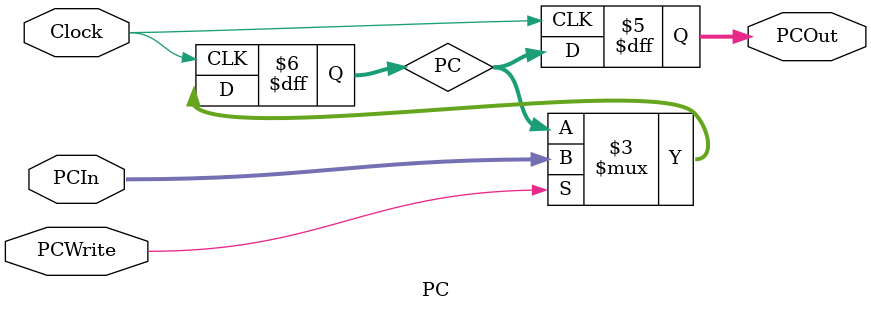
<source format=v>
module PC (PCIn, PCOut, PCWrite, Clock);

  input [7:0] PCIn;
  output reg [7:0] PCOut;
  input PCWrite, Clock;

  reg [7:0] PC;

  always @(posedge Clock) begin
    if(PCWrite)
      PC <= PCIn;
  end

  always @(negedge Clock) begin
    PCOut <= PC;
  end

endmodule

</source>
